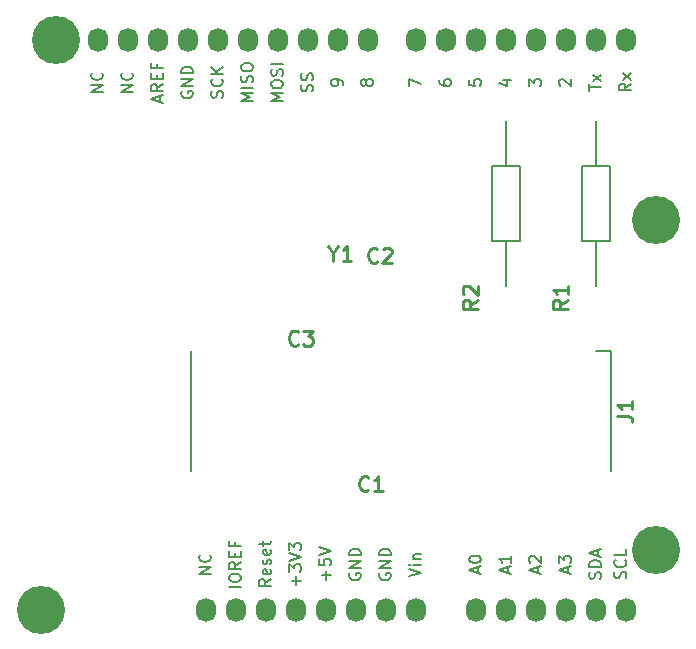
<source format=gbr>
%TF.GenerationSoftware,KiCad,Pcbnew,6.0.0-d3dd2cf0fa~116~ubuntu21.10.1*%
%TF.CreationDate,2022-01-02T17:21:37-05:00*%
%TF.ProjectId,ardustack-mcu,61726475-7374-4616-936b-2d6d63752e6b,rev?*%
%TF.SameCoordinates,Original*%
%TF.FileFunction,Legend,Top*%
%TF.FilePolarity,Positive*%
%FSLAX46Y46*%
G04 Gerber Fmt 4.6, Leading zero omitted, Abs format (unit mm)*
G04 Created by KiCad (PCBNEW 6.0.0-d3dd2cf0fa~116~ubuntu21.10.1) date 2022-01-02 17:21:37*
%MOMM*%
%LPD*%
G01*
G04 APERTURE LIST*
%ADD10C,0.150000*%
%ADD11C,0.254000*%
%ADD12C,0.200000*%
%ADD13O,1.727200X2.032000*%
%ADD14C,4.064000*%
G04 APERTURE END LIST*
D10*
X164123714Y-79009523D02*
X164790380Y-79009523D01*
X163742761Y-79247619D02*
X164457047Y-79485714D01*
X164457047Y-78866666D01*
X130246380Y-79985714D02*
X129246380Y-79985714D01*
X130246380Y-79414285D01*
X129246380Y-79414285D01*
X130151142Y-78366666D02*
X130198761Y-78414285D01*
X130246380Y-78557142D01*
X130246380Y-78652380D01*
X130198761Y-78795238D01*
X130103523Y-78890476D01*
X130008285Y-78938095D01*
X129817809Y-78985714D01*
X129674952Y-78985714D01*
X129484476Y-78938095D01*
X129389238Y-78890476D01*
X129294000Y-78795238D01*
X129246380Y-78652380D01*
X129246380Y-78557142D01*
X129294000Y-78414285D01*
X129341619Y-78366666D01*
X153678000Y-120761904D02*
X153630380Y-120857142D01*
X153630380Y-121000000D01*
X153678000Y-121142857D01*
X153773238Y-121238095D01*
X153868476Y-121285714D01*
X154058952Y-121333333D01*
X154201809Y-121333333D01*
X154392285Y-121285714D01*
X154487523Y-121238095D01*
X154582761Y-121142857D01*
X154630380Y-121000000D01*
X154630380Y-120904761D01*
X154582761Y-120761904D01*
X154535142Y-120714285D01*
X154201809Y-120714285D01*
X154201809Y-120904761D01*
X154630380Y-120285714D02*
X153630380Y-120285714D01*
X154630380Y-119714285D01*
X153630380Y-119714285D01*
X154630380Y-119238095D02*
X153630380Y-119238095D01*
X153630380Y-119000000D01*
X153678000Y-118857142D01*
X153773238Y-118761904D01*
X153868476Y-118714285D01*
X154058952Y-118666666D01*
X154201809Y-118666666D01*
X154392285Y-118714285D01*
X154487523Y-118761904D01*
X154582761Y-118857142D01*
X154630380Y-119000000D01*
X154630380Y-119238095D01*
X135040666Y-80819047D02*
X135040666Y-80342857D01*
X135326380Y-80914285D02*
X134326380Y-80580952D01*
X135326380Y-80247619D01*
X135326380Y-79342857D02*
X134850190Y-79676190D01*
X135326380Y-79914285D02*
X134326380Y-79914285D01*
X134326380Y-79533333D01*
X134374000Y-79438095D01*
X134421619Y-79390476D01*
X134516857Y-79342857D01*
X134659714Y-79342857D01*
X134754952Y-79390476D01*
X134802571Y-79438095D01*
X134850190Y-79533333D01*
X134850190Y-79914285D01*
X134802571Y-78914285D02*
X134802571Y-78580952D01*
X135326380Y-78438095D02*
X135326380Y-78914285D01*
X134326380Y-78914285D01*
X134326380Y-78438095D01*
X134802571Y-77676190D02*
X134802571Y-78009523D01*
X135326380Y-78009523D02*
X134326380Y-78009523D01*
X134326380Y-77533333D01*
X149169428Y-121285714D02*
X149169428Y-120523809D01*
X149550380Y-120904761D02*
X148788476Y-120904761D01*
X148550380Y-119571428D02*
X148550380Y-120047619D01*
X149026571Y-120095238D01*
X148978952Y-120047619D01*
X148931333Y-119952380D01*
X148931333Y-119714285D01*
X148978952Y-119619047D01*
X149026571Y-119571428D01*
X149121809Y-119523809D01*
X149359904Y-119523809D01*
X149455142Y-119571428D01*
X149502761Y-119619047D01*
X149550380Y-119714285D01*
X149550380Y-119952380D01*
X149502761Y-120047619D01*
X149455142Y-120095238D01*
X148550380Y-119238095D02*
X149550380Y-118904761D01*
X148550380Y-118571428D01*
X174502761Y-121190476D02*
X174550380Y-121047619D01*
X174550380Y-120809523D01*
X174502761Y-120714285D01*
X174455142Y-120666666D01*
X174359904Y-120619047D01*
X174264666Y-120619047D01*
X174169428Y-120666666D01*
X174121809Y-120714285D01*
X174074190Y-120809523D01*
X174026571Y-121000000D01*
X173978952Y-121095238D01*
X173931333Y-121142857D01*
X173836095Y-121190476D01*
X173740857Y-121190476D01*
X173645619Y-121142857D01*
X173598000Y-121095238D01*
X173550380Y-121000000D01*
X173550380Y-120761904D01*
X173598000Y-120619047D01*
X174455142Y-119619047D02*
X174502761Y-119666666D01*
X174550380Y-119809523D01*
X174550380Y-119904761D01*
X174502761Y-120047619D01*
X174407523Y-120142857D01*
X174312285Y-120190476D01*
X174121809Y-120238095D01*
X173978952Y-120238095D01*
X173788476Y-120190476D01*
X173693238Y-120142857D01*
X173598000Y-120047619D01*
X173550380Y-119904761D01*
X173550380Y-119809523D01*
X173598000Y-119666666D01*
X173645619Y-119619047D01*
X174550380Y-118714285D02*
X174550380Y-119190476D01*
X173550380Y-119190476D01*
X158710380Y-79009523D02*
X158710380Y-79200000D01*
X158758000Y-79295238D01*
X158805619Y-79342857D01*
X158948476Y-79438095D01*
X159138952Y-79485714D01*
X159519904Y-79485714D01*
X159615142Y-79438095D01*
X159662761Y-79390476D01*
X159710380Y-79295238D01*
X159710380Y-79104761D01*
X159662761Y-79009523D01*
X159615142Y-78961904D01*
X159519904Y-78914285D01*
X159281809Y-78914285D01*
X159186571Y-78961904D01*
X159138952Y-79009523D01*
X159091333Y-79104761D01*
X159091333Y-79295238D01*
X159138952Y-79390476D01*
X159186571Y-79438095D01*
X159281809Y-79485714D01*
X151138000Y-120761904D02*
X151090380Y-120857142D01*
X151090380Y-121000000D01*
X151138000Y-121142857D01*
X151233238Y-121238095D01*
X151328476Y-121285714D01*
X151518952Y-121333333D01*
X151661809Y-121333333D01*
X151852285Y-121285714D01*
X151947523Y-121238095D01*
X152042761Y-121142857D01*
X152090380Y-121000000D01*
X152090380Y-120904761D01*
X152042761Y-120761904D01*
X151995142Y-120714285D01*
X151661809Y-120714285D01*
X151661809Y-120904761D01*
X152090380Y-120285714D02*
X151090380Y-120285714D01*
X152090380Y-119714285D01*
X151090380Y-119714285D01*
X152090380Y-119238095D02*
X151090380Y-119238095D01*
X151090380Y-119000000D01*
X151138000Y-118857142D01*
X151233238Y-118761904D01*
X151328476Y-118714285D01*
X151518952Y-118666666D01*
X151661809Y-118666666D01*
X151852285Y-118714285D01*
X151947523Y-118761904D01*
X152042761Y-118857142D01*
X152090380Y-119000000D01*
X152090380Y-119238095D01*
X174950380Y-79295238D02*
X174474190Y-79628571D01*
X174950380Y-79866666D02*
X173950380Y-79866666D01*
X173950380Y-79485714D01*
X173998000Y-79390476D01*
X174045619Y-79342857D01*
X174140857Y-79295238D01*
X174283714Y-79295238D01*
X174378952Y-79342857D01*
X174426571Y-79390476D01*
X174474190Y-79485714D01*
X174474190Y-79866666D01*
X174950380Y-78961904D02*
X174283714Y-78438095D01*
X174283714Y-78961904D02*
X174950380Y-78438095D01*
X141930380Y-121904761D02*
X140930380Y-121904761D01*
X140930380Y-121238095D02*
X140930380Y-121047619D01*
X140978000Y-120952380D01*
X141073238Y-120857142D01*
X141263714Y-120809523D01*
X141597047Y-120809523D01*
X141787523Y-120857142D01*
X141882761Y-120952380D01*
X141930380Y-121047619D01*
X141930380Y-121238095D01*
X141882761Y-121333333D01*
X141787523Y-121428571D01*
X141597047Y-121476190D01*
X141263714Y-121476190D01*
X141073238Y-121428571D01*
X140978000Y-121333333D01*
X140930380Y-121238095D01*
X141930380Y-119809523D02*
X141454190Y-120142857D01*
X141930380Y-120380952D02*
X140930380Y-120380952D01*
X140930380Y-120000000D01*
X140978000Y-119904761D01*
X141025619Y-119857142D01*
X141120857Y-119809523D01*
X141263714Y-119809523D01*
X141358952Y-119857142D01*
X141406571Y-119904761D01*
X141454190Y-120000000D01*
X141454190Y-120380952D01*
X141406571Y-119380952D02*
X141406571Y-119047619D01*
X141930380Y-118904761D02*
X141930380Y-119380952D01*
X140930380Y-119380952D01*
X140930380Y-118904761D01*
X141406571Y-118142857D02*
X141406571Y-118476190D01*
X141930380Y-118476190D02*
X140930380Y-118476190D01*
X140930380Y-118000000D01*
X146629428Y-121761904D02*
X146629428Y-121000000D01*
X147010380Y-121380952D02*
X146248476Y-121380952D01*
X146010380Y-120619047D02*
X146010380Y-120000000D01*
X146391333Y-120333333D01*
X146391333Y-120190476D01*
X146438952Y-120095238D01*
X146486571Y-120047619D01*
X146581809Y-120000000D01*
X146819904Y-120000000D01*
X146915142Y-120047619D01*
X146962761Y-120095238D01*
X147010380Y-120190476D01*
X147010380Y-120476190D01*
X146962761Y-120571428D01*
X146915142Y-120619047D01*
X146010380Y-119714285D02*
X147010380Y-119380952D01*
X146010380Y-119047619D01*
X146010380Y-118809523D02*
X146010380Y-118190476D01*
X146391333Y-118523809D01*
X146391333Y-118380952D01*
X146438952Y-118285714D01*
X146486571Y-118238095D01*
X146581809Y-118190476D01*
X146819904Y-118190476D01*
X146915142Y-118238095D01*
X146962761Y-118285714D01*
X147010380Y-118380952D01*
X147010380Y-118666666D01*
X146962761Y-118761904D01*
X146915142Y-118809523D01*
X145486380Y-80771428D02*
X144486380Y-80771428D01*
X145200666Y-80438095D01*
X144486380Y-80104761D01*
X145486380Y-80104761D01*
X144486380Y-79438095D02*
X144486380Y-79247619D01*
X144534000Y-79152380D01*
X144629238Y-79057142D01*
X144819714Y-79009523D01*
X145153047Y-79009523D01*
X145343523Y-79057142D01*
X145438761Y-79152380D01*
X145486380Y-79247619D01*
X145486380Y-79438095D01*
X145438761Y-79533333D01*
X145343523Y-79628571D01*
X145153047Y-79676190D01*
X144819714Y-79676190D01*
X144629238Y-79628571D01*
X144534000Y-79533333D01*
X144486380Y-79438095D01*
X145438761Y-78628571D02*
X145486380Y-78485714D01*
X145486380Y-78247619D01*
X145438761Y-78152380D01*
X145391142Y-78104761D01*
X145295904Y-78057142D01*
X145200666Y-78057142D01*
X145105428Y-78104761D01*
X145057809Y-78152380D01*
X145010190Y-78247619D01*
X144962571Y-78438095D01*
X144914952Y-78533333D01*
X144867333Y-78580952D01*
X144772095Y-78628571D01*
X144676857Y-78628571D01*
X144581619Y-78580952D01*
X144534000Y-78533333D01*
X144486380Y-78438095D01*
X144486380Y-78200000D01*
X144534000Y-78057142D01*
X145486380Y-77628571D02*
X144486380Y-77628571D01*
X156170380Y-121023809D02*
X157170380Y-120690476D01*
X156170380Y-120357142D01*
X157170380Y-120023809D02*
X156503714Y-120023809D01*
X156170380Y-120023809D02*
X156218000Y-120071428D01*
X156265619Y-120023809D01*
X156218000Y-119976190D01*
X156170380Y-120023809D01*
X156265619Y-120023809D01*
X156503714Y-119547619D02*
X157170380Y-119547619D01*
X156598952Y-119547619D02*
X156551333Y-119500000D01*
X156503714Y-119404761D01*
X156503714Y-119261904D01*
X156551333Y-119166666D01*
X156646571Y-119119047D01*
X157170380Y-119119047D01*
X132786380Y-79985714D02*
X131786380Y-79985714D01*
X132786380Y-79414285D01*
X131786380Y-79414285D01*
X132691142Y-78366666D02*
X132738761Y-78414285D01*
X132786380Y-78557142D01*
X132786380Y-78652380D01*
X132738761Y-78795238D01*
X132643523Y-78890476D01*
X132548285Y-78938095D01*
X132357809Y-78985714D01*
X132214952Y-78985714D01*
X132024476Y-78938095D01*
X131929238Y-78890476D01*
X131834000Y-78795238D01*
X131786380Y-78652380D01*
X131786380Y-78557142D01*
X131834000Y-78414285D01*
X131881619Y-78366666D01*
X161250380Y-78961904D02*
X161250380Y-79438095D01*
X161726571Y-79485714D01*
X161678952Y-79438095D01*
X161631333Y-79342857D01*
X161631333Y-79104761D01*
X161678952Y-79009523D01*
X161726571Y-78961904D01*
X161821809Y-78914285D01*
X162059904Y-78914285D01*
X162155142Y-78961904D01*
X162202761Y-79009523D01*
X162250380Y-79104761D01*
X162250380Y-79342857D01*
X162202761Y-79438095D01*
X162155142Y-79485714D01*
X172362761Y-121214285D02*
X172410380Y-121071428D01*
X172410380Y-120833333D01*
X172362761Y-120738095D01*
X172315142Y-120690476D01*
X172219904Y-120642857D01*
X172124666Y-120642857D01*
X172029428Y-120690476D01*
X171981809Y-120738095D01*
X171934190Y-120833333D01*
X171886571Y-121023809D01*
X171838952Y-121119047D01*
X171791333Y-121166666D01*
X171696095Y-121214285D01*
X171600857Y-121214285D01*
X171505619Y-121166666D01*
X171458000Y-121119047D01*
X171410380Y-121023809D01*
X171410380Y-120785714D01*
X171458000Y-120642857D01*
X172410380Y-120214285D02*
X171410380Y-120214285D01*
X171410380Y-119976190D01*
X171458000Y-119833333D01*
X171553238Y-119738095D01*
X171648476Y-119690476D01*
X171838952Y-119642857D01*
X171981809Y-119642857D01*
X172172285Y-119690476D01*
X172267523Y-119738095D01*
X172362761Y-119833333D01*
X172410380Y-119976190D01*
X172410380Y-120214285D01*
X172124666Y-119261904D02*
X172124666Y-118785714D01*
X172410380Y-119357142D02*
X171410380Y-119023809D01*
X172410380Y-118690476D01*
X167044666Y-120714285D02*
X167044666Y-120238095D01*
X167330380Y-120809523D02*
X166330380Y-120476190D01*
X167330380Y-120142857D01*
X166425619Y-119857142D02*
X166378000Y-119809523D01*
X166330380Y-119714285D01*
X166330380Y-119476190D01*
X166378000Y-119380952D01*
X166425619Y-119333333D01*
X166520857Y-119285714D01*
X166616095Y-119285714D01*
X166758952Y-119333333D01*
X167330380Y-119904761D01*
X167330380Y-119285714D01*
X161964666Y-120714285D02*
X161964666Y-120238095D01*
X162250380Y-120809523D02*
X161250380Y-120476190D01*
X162250380Y-120142857D01*
X161250380Y-119619047D02*
X161250380Y-119523809D01*
X161298000Y-119428571D01*
X161345619Y-119380952D01*
X161440857Y-119333333D01*
X161631333Y-119285714D01*
X161869428Y-119285714D01*
X162059904Y-119333333D01*
X162155142Y-119380952D01*
X162202761Y-119428571D01*
X162250380Y-119523809D01*
X162250380Y-119619047D01*
X162202761Y-119714285D01*
X162155142Y-119761904D01*
X162059904Y-119809523D01*
X161869428Y-119857142D01*
X161631333Y-119857142D01*
X161440857Y-119809523D01*
X161345619Y-119761904D01*
X161298000Y-119714285D01*
X161250380Y-119619047D01*
X171410380Y-79890476D02*
X171410380Y-79319047D01*
X172410380Y-79604761D02*
X171410380Y-79604761D01*
X172410380Y-79080952D02*
X171743714Y-78557142D01*
X171743714Y-79080952D02*
X172410380Y-78557142D01*
X152534952Y-79295238D02*
X152487333Y-79390476D01*
X152439714Y-79438095D01*
X152344476Y-79485714D01*
X152296857Y-79485714D01*
X152201619Y-79438095D01*
X152154000Y-79390476D01*
X152106380Y-79295238D01*
X152106380Y-79104761D01*
X152154000Y-79009523D01*
X152201619Y-78961904D01*
X152296857Y-78914285D01*
X152344476Y-78914285D01*
X152439714Y-78961904D01*
X152487333Y-79009523D01*
X152534952Y-79104761D01*
X152534952Y-79295238D01*
X152582571Y-79390476D01*
X152630190Y-79438095D01*
X152725428Y-79485714D01*
X152915904Y-79485714D01*
X153011142Y-79438095D01*
X153058761Y-79390476D01*
X153106380Y-79295238D01*
X153106380Y-79104761D01*
X153058761Y-79009523D01*
X153011142Y-78961904D01*
X152915904Y-78914285D01*
X152725428Y-78914285D01*
X152630190Y-78961904D01*
X152582571Y-79009523D01*
X152534952Y-79104761D01*
X142946380Y-80771428D02*
X141946380Y-80771428D01*
X142660666Y-80438095D01*
X141946380Y-80104761D01*
X142946380Y-80104761D01*
X142946380Y-79628571D02*
X141946380Y-79628571D01*
X142898761Y-79200000D02*
X142946380Y-79057142D01*
X142946380Y-78819047D01*
X142898761Y-78723809D01*
X142851142Y-78676190D01*
X142755904Y-78628571D01*
X142660666Y-78628571D01*
X142565428Y-78676190D01*
X142517809Y-78723809D01*
X142470190Y-78819047D01*
X142422571Y-79009523D01*
X142374952Y-79104761D01*
X142327333Y-79152380D01*
X142232095Y-79200000D01*
X142136857Y-79200000D01*
X142041619Y-79152380D01*
X141994000Y-79104761D01*
X141946380Y-79009523D01*
X141946380Y-78771428D01*
X141994000Y-78628571D01*
X141946380Y-78009523D02*
X141946380Y-77819047D01*
X141994000Y-77723809D01*
X142089238Y-77628571D01*
X142279714Y-77580952D01*
X142613047Y-77580952D01*
X142803523Y-77628571D01*
X142898761Y-77723809D01*
X142946380Y-77819047D01*
X142946380Y-78009523D01*
X142898761Y-78104761D01*
X142803523Y-78200000D01*
X142613047Y-78247619D01*
X142279714Y-78247619D01*
X142089238Y-78200000D01*
X141994000Y-78104761D01*
X141946380Y-78009523D01*
X147978761Y-79961904D02*
X148026380Y-79819047D01*
X148026380Y-79580952D01*
X147978761Y-79485714D01*
X147931142Y-79438095D01*
X147835904Y-79390476D01*
X147740666Y-79390476D01*
X147645428Y-79438095D01*
X147597809Y-79485714D01*
X147550190Y-79580952D01*
X147502571Y-79771428D01*
X147454952Y-79866666D01*
X147407333Y-79914285D01*
X147312095Y-79961904D01*
X147216857Y-79961904D01*
X147121619Y-79914285D01*
X147074000Y-79866666D01*
X147026380Y-79771428D01*
X147026380Y-79533333D01*
X147074000Y-79390476D01*
X147978761Y-79009523D02*
X148026380Y-78866666D01*
X148026380Y-78628571D01*
X147978761Y-78533333D01*
X147931142Y-78485714D01*
X147835904Y-78438095D01*
X147740666Y-78438095D01*
X147645428Y-78485714D01*
X147597809Y-78533333D01*
X147550190Y-78628571D01*
X147502571Y-78819047D01*
X147454952Y-78914285D01*
X147407333Y-78961904D01*
X147312095Y-79009523D01*
X147216857Y-79009523D01*
X147121619Y-78961904D01*
X147074000Y-78914285D01*
X147026380Y-78819047D01*
X147026380Y-78580952D01*
X147074000Y-78438095D01*
X139390380Y-120785714D02*
X138390380Y-120785714D01*
X139390380Y-120214285D01*
X138390380Y-120214285D01*
X139295142Y-119166666D02*
X139342761Y-119214285D01*
X139390380Y-119357142D01*
X139390380Y-119452380D01*
X139342761Y-119595238D01*
X139247523Y-119690476D01*
X139152285Y-119738095D01*
X138961809Y-119785714D01*
X138818952Y-119785714D01*
X138628476Y-119738095D01*
X138533238Y-119690476D01*
X138438000Y-119595238D01*
X138390380Y-119452380D01*
X138390380Y-119357142D01*
X138438000Y-119214285D01*
X138485619Y-119166666D01*
X164504666Y-120714285D02*
X164504666Y-120238095D01*
X164790380Y-120809523D02*
X163790380Y-120476190D01*
X164790380Y-120142857D01*
X164790380Y-119285714D02*
X164790380Y-119857142D01*
X164790380Y-119571428D02*
X163790380Y-119571428D01*
X163933238Y-119666666D01*
X164028476Y-119761904D01*
X164076095Y-119857142D01*
X150566380Y-79390476D02*
X150566380Y-79200000D01*
X150518761Y-79104761D01*
X150471142Y-79057142D01*
X150328285Y-78961904D01*
X150137809Y-78914285D01*
X149756857Y-78914285D01*
X149661619Y-78961904D01*
X149614000Y-79009523D01*
X149566380Y-79104761D01*
X149566380Y-79295238D01*
X149614000Y-79390476D01*
X149661619Y-79438095D01*
X149756857Y-79485714D01*
X149994952Y-79485714D01*
X150090190Y-79438095D01*
X150137809Y-79390476D01*
X150185428Y-79295238D01*
X150185428Y-79104761D01*
X150137809Y-79009523D01*
X150090190Y-78961904D01*
X149994952Y-78914285D01*
X144470380Y-121238095D02*
X143994190Y-121571428D01*
X144470380Y-121809523D02*
X143470380Y-121809523D01*
X143470380Y-121428571D01*
X143518000Y-121333333D01*
X143565619Y-121285714D01*
X143660857Y-121238095D01*
X143803714Y-121238095D01*
X143898952Y-121285714D01*
X143946571Y-121333333D01*
X143994190Y-121428571D01*
X143994190Y-121809523D01*
X144422761Y-120428571D02*
X144470380Y-120523809D01*
X144470380Y-120714285D01*
X144422761Y-120809523D01*
X144327523Y-120857142D01*
X143946571Y-120857142D01*
X143851333Y-120809523D01*
X143803714Y-120714285D01*
X143803714Y-120523809D01*
X143851333Y-120428571D01*
X143946571Y-120380952D01*
X144041809Y-120380952D01*
X144137047Y-120857142D01*
X144422761Y-120000000D02*
X144470380Y-119904761D01*
X144470380Y-119714285D01*
X144422761Y-119619047D01*
X144327523Y-119571428D01*
X144279904Y-119571428D01*
X144184666Y-119619047D01*
X144137047Y-119714285D01*
X144137047Y-119857142D01*
X144089428Y-119952380D01*
X143994190Y-120000000D01*
X143946571Y-120000000D01*
X143851333Y-119952380D01*
X143803714Y-119857142D01*
X143803714Y-119714285D01*
X143851333Y-119619047D01*
X144422761Y-118761904D02*
X144470380Y-118857142D01*
X144470380Y-119047619D01*
X144422761Y-119142857D01*
X144327523Y-119190476D01*
X143946571Y-119190476D01*
X143851333Y-119142857D01*
X143803714Y-119047619D01*
X143803714Y-118857142D01*
X143851333Y-118761904D01*
X143946571Y-118714285D01*
X144041809Y-118714285D01*
X144137047Y-119190476D01*
X143803714Y-118428571D02*
X143803714Y-118047619D01*
X143470380Y-118285714D02*
X144327523Y-118285714D01*
X144422761Y-118238095D01*
X144470380Y-118142857D01*
X144470380Y-118047619D01*
X166330380Y-79533333D02*
X166330380Y-78914285D01*
X166711333Y-79247619D01*
X166711333Y-79104761D01*
X166758952Y-79009523D01*
X166806571Y-78961904D01*
X166901809Y-78914285D01*
X167139904Y-78914285D01*
X167235142Y-78961904D01*
X167282761Y-79009523D01*
X167330380Y-79104761D01*
X167330380Y-79390476D01*
X167282761Y-79485714D01*
X167235142Y-79533333D01*
X136914000Y-79961904D02*
X136866380Y-80057142D01*
X136866380Y-80200000D01*
X136914000Y-80342857D01*
X137009238Y-80438095D01*
X137104476Y-80485714D01*
X137294952Y-80533333D01*
X137437809Y-80533333D01*
X137628285Y-80485714D01*
X137723523Y-80438095D01*
X137818761Y-80342857D01*
X137866380Y-80200000D01*
X137866380Y-80104761D01*
X137818761Y-79961904D01*
X137771142Y-79914285D01*
X137437809Y-79914285D01*
X137437809Y-80104761D01*
X137866380Y-79485714D02*
X136866380Y-79485714D01*
X137866380Y-78914285D01*
X136866380Y-78914285D01*
X137866380Y-78438095D02*
X136866380Y-78438095D01*
X136866380Y-78200000D01*
X136914000Y-78057142D01*
X137009238Y-77961904D01*
X137104476Y-77914285D01*
X137294952Y-77866666D01*
X137437809Y-77866666D01*
X137628285Y-77914285D01*
X137723523Y-77961904D01*
X137818761Y-78057142D01*
X137866380Y-78200000D01*
X137866380Y-78438095D01*
X140358761Y-80485714D02*
X140406380Y-80342857D01*
X140406380Y-80104761D01*
X140358761Y-80009523D01*
X140311142Y-79961904D01*
X140215904Y-79914285D01*
X140120666Y-79914285D01*
X140025428Y-79961904D01*
X139977809Y-80009523D01*
X139930190Y-80104761D01*
X139882571Y-80295238D01*
X139834952Y-80390476D01*
X139787333Y-80438095D01*
X139692095Y-80485714D01*
X139596857Y-80485714D01*
X139501619Y-80438095D01*
X139454000Y-80390476D01*
X139406380Y-80295238D01*
X139406380Y-80057142D01*
X139454000Y-79914285D01*
X140311142Y-78914285D02*
X140358761Y-78961904D01*
X140406380Y-79104761D01*
X140406380Y-79200000D01*
X140358761Y-79342857D01*
X140263523Y-79438095D01*
X140168285Y-79485714D01*
X139977809Y-79533333D01*
X139834952Y-79533333D01*
X139644476Y-79485714D01*
X139549238Y-79438095D01*
X139454000Y-79342857D01*
X139406380Y-79200000D01*
X139406380Y-79104761D01*
X139454000Y-78961904D01*
X139501619Y-78914285D01*
X140406380Y-78485714D02*
X139406380Y-78485714D01*
X140406380Y-77914285D02*
X139834952Y-78342857D01*
X139406380Y-77914285D02*
X139977809Y-78485714D01*
X169584666Y-120714285D02*
X169584666Y-120238095D01*
X169870380Y-120809523D02*
X168870380Y-120476190D01*
X169870380Y-120142857D01*
X168870380Y-119904761D02*
X168870380Y-119285714D01*
X169251333Y-119619047D01*
X169251333Y-119476190D01*
X169298952Y-119380952D01*
X169346571Y-119333333D01*
X169441809Y-119285714D01*
X169679904Y-119285714D01*
X169775142Y-119333333D01*
X169822761Y-119380952D01*
X169870380Y-119476190D01*
X169870380Y-119761904D01*
X169822761Y-119857142D01*
X169775142Y-119904761D01*
X156170380Y-79533333D02*
X156170380Y-78866666D01*
X157170380Y-79295238D01*
X168965619Y-79485714D02*
X168918000Y-79438095D01*
X168870380Y-79342857D01*
X168870380Y-79104761D01*
X168918000Y-79009523D01*
X168965619Y-78961904D01*
X169060857Y-78914285D01*
X169156095Y-78914285D01*
X169298952Y-78961904D01*
X169870380Y-79533333D01*
X169870380Y-78914285D01*
D11*
%TO.C,R1*%
X169584523Y-97611666D02*
X168979761Y-98035000D01*
X169584523Y-98337380D02*
X168314523Y-98337380D01*
X168314523Y-97853571D01*
X168375000Y-97732619D01*
X168435476Y-97672142D01*
X168556428Y-97611666D01*
X168737857Y-97611666D01*
X168858809Y-97672142D01*
X168919285Y-97732619D01*
X168979761Y-97853571D01*
X168979761Y-98337380D01*
X169584523Y-96402142D02*
X169584523Y-97127857D01*
X169584523Y-96765000D02*
X168314523Y-96765000D01*
X168495952Y-96885952D01*
X168616904Y-97006904D01*
X168677380Y-97127857D01*
%TO.C,R2*%
X161964523Y-97611666D02*
X161359761Y-98035000D01*
X161964523Y-98337380D02*
X160694523Y-98337380D01*
X160694523Y-97853571D01*
X160755000Y-97732619D01*
X160815476Y-97672142D01*
X160936428Y-97611666D01*
X161117857Y-97611666D01*
X161238809Y-97672142D01*
X161299285Y-97732619D01*
X161359761Y-97853571D01*
X161359761Y-98337380D01*
X160815476Y-97127857D02*
X160755000Y-97067380D01*
X160694523Y-96946428D01*
X160694523Y-96644047D01*
X160755000Y-96523095D01*
X160815476Y-96462619D01*
X160936428Y-96402142D01*
X161057380Y-96402142D01*
X161238809Y-96462619D01*
X161964523Y-97188333D01*
X161964523Y-96402142D01*
%TO.C,J1*%
X173804523Y-107423333D02*
X174711666Y-107423333D01*
X174893095Y-107483809D01*
X175014047Y-107604761D01*
X175074523Y-107786190D01*
X175074523Y-107907142D01*
X175074523Y-106153333D02*
X175074523Y-106879047D01*
X175074523Y-106516190D02*
X173804523Y-106516190D01*
X173985952Y-106637142D01*
X174106904Y-106758095D01*
X174167380Y-106879047D01*
%TO.C,C3*%
X146788333Y-101353571D02*
X146727857Y-101414047D01*
X146546428Y-101474523D01*
X146425476Y-101474523D01*
X146244047Y-101414047D01*
X146123095Y-101293095D01*
X146062619Y-101172142D01*
X146002142Y-100930238D01*
X146002142Y-100748809D01*
X146062619Y-100506904D01*
X146123095Y-100385952D01*
X146244047Y-100265000D01*
X146425476Y-100204523D01*
X146546428Y-100204523D01*
X146727857Y-100265000D01*
X146788333Y-100325476D01*
X147211666Y-100204523D02*
X147997857Y-100204523D01*
X147574523Y-100688333D01*
X147755952Y-100688333D01*
X147876904Y-100748809D01*
X147937380Y-100809285D01*
X147997857Y-100930238D01*
X147997857Y-101232619D01*
X147937380Y-101353571D01*
X147876904Y-101414047D01*
X147755952Y-101474523D01*
X147393095Y-101474523D01*
X147272142Y-101414047D01*
X147211666Y-101353571D01*
%TO.C,C2*%
X153488333Y-94353571D02*
X153427857Y-94414047D01*
X153246428Y-94474523D01*
X153125476Y-94474523D01*
X152944047Y-94414047D01*
X152823095Y-94293095D01*
X152762619Y-94172142D01*
X152702142Y-93930238D01*
X152702142Y-93748809D01*
X152762619Y-93506904D01*
X152823095Y-93385952D01*
X152944047Y-93265000D01*
X153125476Y-93204523D01*
X153246428Y-93204523D01*
X153427857Y-93265000D01*
X153488333Y-93325476D01*
X153972142Y-93325476D02*
X154032619Y-93265000D01*
X154153571Y-93204523D01*
X154455952Y-93204523D01*
X154576904Y-93265000D01*
X154637380Y-93325476D01*
X154697857Y-93446428D01*
X154697857Y-93567380D01*
X154637380Y-93748809D01*
X153911666Y-94474523D01*
X154697857Y-94474523D01*
%TO.C,Y1*%
X149745238Y-93669761D02*
X149745238Y-94274523D01*
X149321904Y-93004523D02*
X149745238Y-93669761D01*
X150168571Y-93004523D01*
X151257142Y-94274523D02*
X150531428Y-94274523D01*
X150894285Y-94274523D02*
X150894285Y-93004523D01*
X150773333Y-93185952D01*
X150652380Y-93306904D01*
X150531428Y-93367380D01*
%TO.C,C1*%
X152728333Y-113673571D02*
X152667857Y-113734047D01*
X152486428Y-113794523D01*
X152365476Y-113794523D01*
X152184047Y-113734047D01*
X152063095Y-113613095D01*
X152002619Y-113492142D01*
X151942142Y-113250238D01*
X151942142Y-113068809D01*
X152002619Y-112826904D01*
X152063095Y-112705952D01*
X152184047Y-112585000D01*
X152365476Y-112524523D01*
X152486428Y-112524523D01*
X152667857Y-112585000D01*
X152728333Y-112645476D01*
X153937857Y-113794523D02*
X153212142Y-113794523D01*
X153575000Y-113794523D02*
X153575000Y-112524523D01*
X153454047Y-112705952D01*
X153333095Y-112826904D01*
X153212142Y-112887380D01*
D12*
%TO.C,R1*%
X173210000Y-92600000D02*
X170810000Y-92600000D01*
X170810000Y-92600000D02*
X170810000Y-86300000D01*
X173210000Y-86300000D02*
X173210000Y-92600000D01*
X172010000Y-86300000D02*
X172010000Y-82450000D01*
X172010000Y-96450000D02*
X172010000Y-92600000D01*
X170810000Y-86300000D02*
X173210000Y-86300000D01*
%TO.C,R2*%
X165590000Y-92600000D02*
X163190000Y-92600000D01*
X163190000Y-92600000D02*
X163190000Y-86300000D01*
X165590000Y-86300000D02*
X165590000Y-92600000D01*
X164390000Y-86300000D02*
X164390000Y-82450000D01*
X164390000Y-96450000D02*
X164390000Y-92600000D01*
X163190000Y-86300000D02*
X165590000Y-86300000D01*
%TO.C,J1*%
X173280000Y-101920000D02*
X172010000Y-101920000D01*
X137720000Y-101920000D02*
X137720000Y-112080000D01*
X173280000Y-112080000D02*
X173280000Y-101920000D01*
%TD*%
D13*
%TO.C,P1*%
X138938000Y-123825000D03*
X141478000Y-123825000D03*
X144018000Y-123825000D03*
X146558000Y-123825000D03*
X149098000Y-123825000D03*
X151638000Y-123825000D03*
X154178000Y-123825000D03*
X156718000Y-123825000D03*
%TD*%
%TO.C,P2*%
X161798000Y-123825000D03*
X164338000Y-123825000D03*
X166878000Y-123825000D03*
X169418000Y-123825000D03*
X171958000Y-123825000D03*
X174498000Y-123825000D03*
%TD*%
%TO.C,P3*%
X129794000Y-75565000D03*
X132334000Y-75565000D03*
X134874000Y-75565000D03*
X137414000Y-75565000D03*
X139954000Y-75565000D03*
X142494000Y-75565000D03*
X145034000Y-75565000D03*
X147574000Y-75565000D03*
X150114000Y-75565000D03*
X152654000Y-75565000D03*
%TD*%
%TO.C,P4*%
X156718000Y-75565000D03*
X159258000Y-75565000D03*
X161798000Y-75565000D03*
X164338000Y-75565000D03*
X166878000Y-75565000D03*
X169418000Y-75565000D03*
X171958000Y-75565000D03*
X174498000Y-75565000D03*
%TD*%
D14*
%TO.C,P5*%
X124968000Y-123825000D03*
%TD*%
%TO.C,P6*%
X177038000Y-118745000D03*
%TD*%
%TO.C,P7*%
X126238000Y-75565000D03*
%TD*%
%TO.C,P8*%
X177038000Y-90805000D03*
%TD*%
M02*

</source>
